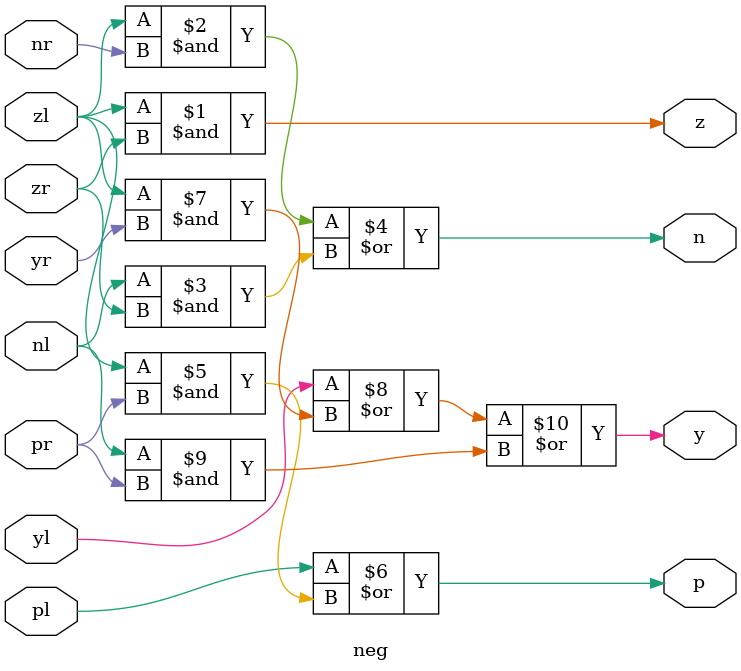
<source format=v>
module lop (
    input wire [3:0] a,
    input wire [3:0] b,
    output wire [1:0] d,
    output wire y
);

    wire [3:0] f;
    wire [3:0] np, pp, zp;
    wire [3:0] nn, pn, zn;

    preencoder_float8 u_preencoder (
        .a(a), .b(b),
        .f(f),
        .np(np), .pp(pp), .zp(zp),
        .nn(nn), .pn(pn), .zn(zn)
    );

    wire [1:0] p1;
    wire [1:0] v1;

    lod2 u_lod2_high (.a(f[3]), .b(f[2]), .p(p1[1]), .v(v1[1]));
    lod2 u_lod2_low  (.a(f[1]), .b(f[0]), .p(p1[0]), .v(v1[0]));

    assign d[1] = ~v1[1];
    assign d[0] = (v1[1]) ? p1[1] : p1[0];

    wire z_p1_h, p_p1_h, n_p1_h, y_p1_h;
    wire z_p1_l, p_p1_l, n_p1_l, y_p1_l;
    
    wire z_p2, p_p2, n_p2, yp_final;

    poss u_poss_high (
        .zl(zp[3]), .pl(pp[3]), .nl(np[3]), .yl(1'b0),
        .zr(zp[2]), .pr(pp[2]), .nr(np[2]), .yr(1'b0),
        .z(z_p1_h), .p(p_p1_h), .n(n_p1_h), .y(y_p1_h)
    );

    poss u_poss_low (
        .zl(zp[1]), .pl(pp[1]), .nl(np[1]), .yl(1'b0),
        .zr(zp[0]), .pr(pp[0]), .nr(np[0]), .yr(1'b0),
        .z(z_p1_l), .p(p_p1_l), .n(n_p1_l), .y(y_p1_l)
    );

    poss u_poss_root (
        .zl(z_p1_h), .pl(p_p1_h), .nl(n_p1_h), .yl(y_p1_h),
        .zr(z_p1_l), .pr(p_p1_l), .nr(n_p1_l), .yr(y_p1_l),
        .z(z_p2), .p(p_p2), .n(n_p2), .y(yp_final)
    );

    wire z_n1_h, p_n1_h, n_n1_h, y_n1_h;
    wire z_n1_l, p_n1_l, n_n1_l, y_n1_l;

    wire z_n2, p_n2, n_n2, yn_final;

    neg u_neg_high (
        .zl(zn[3]), .pl(pn[3]), .nl(nn[3]), .yl(1'b0),
        .zr(zn[2]), .pr(pn[2]), .nr(nn[2]), .yr(1'b0),
        .z(z_n1_h), .p(p_n1_h), .n(n_n1_h), .y(y_n1_h)
    );

    neg u_neg_low (
        .zl(zn[1]), .pl(pn[1]), .nl(nn[1]), .yl(1'b0),
        .zr(zn[0]), .pr(pn[0]), .nr(nn[0]), .yr(1'b0),
        .z(z_n1_l), .p(p_n1_l), .n(n_n1_l), .y(y_n1_l)
    );

    neg u_neg_root (
        .zl(z_n1_h), .pl(p_n1_h), .nl(n_n1_h), .yl(y_n1_h),
        .zr(z_n1_l), .pr(p_n1_l), .nr(n_n1_l), .yr(y_n1_l),
        .z(z_n2), .p(p_n2), .n(n_n2), .y(yn_final)
    );

    assign y = yp_final | yn_final;

endmodule

module poss (input zl, pl, nl, yl, zr, pr, nr, yr, output z, p, n, y);
    assign z = zl & zr;
    assign p = (zl & pr) | (pl & zr);
    assign n = nl | (zl & nr);
    assign y = yl | (zl & yr) | (pl & nr);
endmodule

module neg (input zl, pl, nl, yl, zr, pr, nr, yr, output z, p, n, y);
    assign z = zl & zr;
    assign n = (zl & nr) | (nl & zr);
    assign p = pl | (zl & pr);
    assign y = yl | (zl & yr) | (nl & pr);
endmodule
</source>
